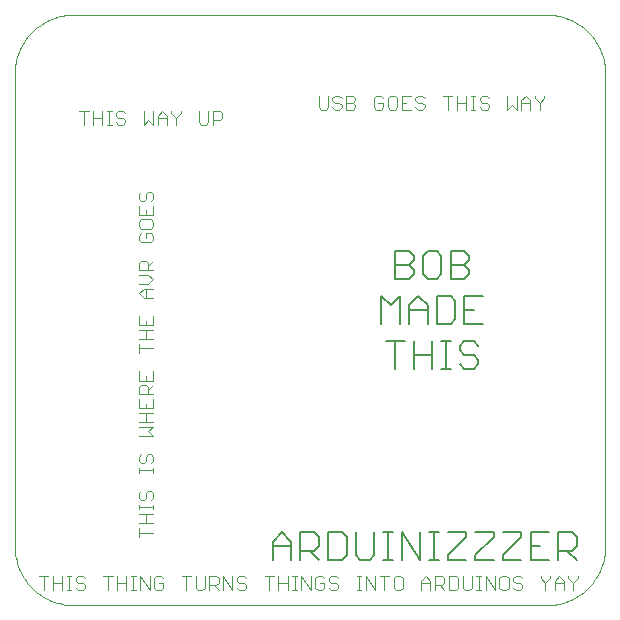
<source format=gto>
G75*
G70*
%OFA0B0*%
%FSLAX24Y24*%
%IPPOS*%
%LPD*%
%AMOC8*
5,1,8,0,0,1.08239X$1,22.5*
%
%ADD10C,0.0000*%
%ADD11C,0.0080*%
%ADD12C,0.0040*%
D10*
X003656Y003649D02*
X003656Y019397D01*
X003658Y019491D01*
X003665Y019584D01*
X003676Y019677D01*
X003692Y019770D01*
X003712Y019861D01*
X003736Y019952D01*
X003764Y020041D01*
X003797Y020129D01*
X003834Y020215D01*
X003875Y020299D01*
X003920Y020382D01*
X003969Y020462D01*
X004021Y020539D01*
X004077Y020614D01*
X004137Y020686D01*
X004200Y020756D01*
X004266Y020822D01*
X004336Y020885D01*
X004408Y020945D01*
X004483Y021001D01*
X004560Y021053D01*
X004641Y021102D01*
X004723Y021147D01*
X004807Y021188D01*
X004893Y021225D01*
X004981Y021258D01*
X005070Y021286D01*
X005161Y021310D01*
X005252Y021330D01*
X005345Y021346D01*
X005438Y021357D01*
X005531Y021364D01*
X005625Y021366D01*
X005625Y021365D02*
X021373Y021365D01*
X021373Y021366D02*
X021467Y021364D01*
X021560Y021357D01*
X021653Y021346D01*
X021746Y021330D01*
X021837Y021310D01*
X021928Y021286D01*
X022017Y021258D01*
X022105Y021225D01*
X022191Y021188D01*
X022275Y021147D01*
X022358Y021102D01*
X022438Y021053D01*
X022515Y021001D01*
X022590Y020945D01*
X022662Y020885D01*
X022732Y020822D01*
X022798Y020756D01*
X022861Y020686D01*
X022921Y020614D01*
X022977Y020539D01*
X023029Y020462D01*
X023078Y020382D01*
X023123Y020299D01*
X023164Y020215D01*
X023201Y020129D01*
X023234Y020041D01*
X023262Y019952D01*
X023286Y019861D01*
X023306Y019770D01*
X023322Y019677D01*
X023333Y019584D01*
X023340Y019491D01*
X023342Y019397D01*
X023341Y019397D02*
X023341Y003649D01*
X023342Y003649D02*
X023340Y003555D01*
X023333Y003462D01*
X023322Y003369D01*
X023306Y003276D01*
X023286Y003185D01*
X023262Y003094D01*
X023234Y003005D01*
X023201Y002917D01*
X023164Y002831D01*
X023123Y002747D01*
X023078Y002665D01*
X023029Y002584D01*
X022977Y002507D01*
X022921Y002432D01*
X022861Y002360D01*
X022798Y002290D01*
X022732Y002224D01*
X022662Y002161D01*
X022590Y002101D01*
X022515Y002045D01*
X022438Y001993D01*
X022358Y001944D01*
X022275Y001899D01*
X022191Y001858D01*
X022105Y001821D01*
X022017Y001788D01*
X021928Y001760D01*
X021837Y001736D01*
X021746Y001716D01*
X021653Y001700D01*
X021560Y001689D01*
X021467Y001682D01*
X021373Y001680D01*
X005625Y001680D01*
X005528Y001682D01*
X005432Y001689D01*
X005336Y001701D01*
X005241Y001718D01*
X005147Y001739D01*
X005053Y001765D01*
X004962Y001795D01*
X004871Y001830D01*
X004783Y001869D01*
X004697Y001912D01*
X004613Y001960D01*
X004531Y002012D01*
X004452Y002067D01*
X004376Y002127D01*
X004303Y002190D01*
X004233Y002257D01*
X004166Y002327D01*
X004103Y002400D01*
X004043Y002476D01*
X003988Y002555D01*
X003936Y002637D01*
X003888Y002721D01*
X003845Y002807D01*
X003806Y002895D01*
X003771Y002986D01*
X003741Y003077D01*
X003715Y003171D01*
X003694Y003265D01*
X003677Y003360D01*
X003665Y003456D01*
X003658Y003552D01*
X003656Y003649D01*
D11*
X012258Y003649D02*
X012872Y003649D01*
X012872Y003802D02*
X012872Y003189D01*
X013179Y003189D02*
X013179Y004109D01*
X013639Y004109D01*
X013793Y003956D01*
X013793Y003649D01*
X013639Y003495D01*
X013179Y003495D01*
X013486Y003495D02*
X013793Y003189D01*
X014100Y003189D02*
X014560Y003189D01*
X014714Y003342D01*
X014714Y003956D01*
X014560Y004109D01*
X014100Y004109D01*
X014100Y003189D01*
X015020Y003342D02*
X015020Y004109D01*
X015634Y004109D02*
X015634Y003342D01*
X015481Y003189D01*
X015174Y003189D01*
X015020Y003342D01*
X015941Y003189D02*
X016248Y003189D01*
X016095Y003189D02*
X016095Y004109D01*
X016248Y004109D02*
X015941Y004109D01*
X016555Y004109D02*
X017169Y003189D01*
X017169Y004109D01*
X017476Y004109D02*
X017783Y004109D01*
X017629Y004109D02*
X017629Y003189D01*
X017476Y003189D02*
X017783Y003189D01*
X018090Y003189D02*
X018704Y003189D01*
X019011Y003189D02*
X019624Y003189D01*
X019931Y003189D02*
X020545Y003189D01*
X020852Y003189D02*
X021466Y003189D01*
X021773Y003189D02*
X021773Y004109D01*
X022233Y004109D01*
X022387Y003956D01*
X022387Y003649D01*
X022233Y003495D01*
X021773Y003495D01*
X022080Y003495D02*
X022387Y003189D01*
X021466Y004109D02*
X020852Y004109D01*
X020852Y003189D01*
X020852Y003649D02*
X021159Y003649D01*
X020545Y003956D02*
X019931Y003342D01*
X019931Y003189D01*
X019624Y003956D02*
X019011Y003342D01*
X019011Y003189D01*
X018704Y003956D02*
X018090Y003342D01*
X018090Y003189D01*
X018704Y003956D02*
X018704Y004109D01*
X018090Y004109D01*
X019011Y004109D02*
X019624Y004109D01*
X019624Y003956D01*
X019931Y004109D02*
X020545Y004109D01*
X020545Y003956D01*
X016555Y004109D02*
X016555Y003189D01*
X012872Y003802D02*
X012565Y004109D01*
X012258Y003802D01*
X012258Y003189D01*
X016341Y009563D02*
X016341Y010483D01*
X016034Y010483D02*
X016648Y010483D01*
X016955Y010483D02*
X016955Y009563D01*
X016955Y010023D02*
X017569Y010023D01*
X017569Y010483D02*
X017569Y009563D01*
X017875Y009563D02*
X018182Y009563D01*
X018029Y009563D02*
X018029Y010483D01*
X018182Y010483D02*
X017875Y010483D01*
X017722Y011063D02*
X018182Y011063D01*
X018336Y011216D01*
X018336Y011830D01*
X018182Y011983D01*
X017722Y011983D01*
X017722Y011063D01*
X017415Y011063D02*
X017415Y011676D01*
X017108Y011983D01*
X016801Y011676D01*
X016801Y011063D01*
X016494Y011063D02*
X016494Y011983D01*
X016187Y011676D01*
X015880Y011983D01*
X015880Y011063D01*
X016801Y011523D02*
X017415Y011523D01*
X017415Y012563D02*
X017262Y012716D01*
X017262Y013330D01*
X017415Y013483D01*
X017722Y013483D01*
X017875Y013330D01*
X017875Y012716D01*
X017722Y012563D01*
X017415Y012563D01*
X016955Y012716D02*
X016801Y012563D01*
X016341Y012563D01*
X016341Y013483D01*
X016801Y013483D01*
X016955Y013330D01*
X016955Y013176D01*
X016801Y013023D01*
X016341Y013023D01*
X016801Y013023D02*
X016955Y012869D01*
X016955Y012716D01*
X018182Y012563D02*
X018643Y012563D01*
X018796Y012716D01*
X018796Y012869D01*
X018643Y013023D01*
X018182Y013023D01*
X018182Y012563D02*
X018182Y013483D01*
X018643Y013483D01*
X018796Y013330D01*
X018796Y013176D01*
X018643Y013023D01*
X018643Y011983D02*
X018643Y011063D01*
X019257Y011063D01*
X018950Y011523D02*
X018643Y011523D01*
X018643Y011983D02*
X019257Y011983D01*
X018950Y010483D02*
X018643Y010483D01*
X018489Y010330D01*
X018489Y010176D01*
X018643Y010023D01*
X018950Y010023D01*
X019103Y009869D01*
X019103Y009716D01*
X018950Y009563D01*
X018643Y009563D01*
X018489Y009716D01*
X019103Y010330D02*
X018950Y010483D01*
D12*
X010564Y017926D02*
X010487Y017850D01*
X010257Y017850D01*
X010257Y017696D02*
X010257Y018156D01*
X010487Y018156D01*
X010564Y018080D01*
X010564Y017926D01*
X010104Y017773D02*
X010104Y018156D01*
X009797Y018156D02*
X009797Y017773D01*
X009873Y017696D01*
X010027Y017696D01*
X010104Y017773D01*
X009183Y018080D02*
X009183Y018156D01*
X009183Y018080D02*
X009029Y017926D01*
X009029Y017696D01*
X009029Y017926D02*
X008876Y018080D01*
X008876Y018156D01*
X008722Y018003D02*
X008722Y017696D01*
X008722Y017926D02*
X008415Y017926D01*
X008415Y018003D02*
X008569Y018156D01*
X008722Y018003D01*
X008415Y018003D02*
X008415Y017696D01*
X008262Y017696D02*
X008262Y018156D01*
X007955Y018156D02*
X007955Y017696D01*
X008109Y017850D01*
X008262Y017696D01*
X007341Y017773D02*
X007265Y017696D01*
X007111Y017696D01*
X007034Y017773D01*
X006881Y017696D02*
X006727Y017696D01*
X006804Y017696D02*
X006804Y018156D01*
X006727Y018156D02*
X006881Y018156D01*
X007034Y018080D02*
X007034Y018003D01*
X007111Y017926D01*
X007265Y017926D01*
X007341Y017850D01*
X007341Y017773D01*
X007341Y018080D02*
X007265Y018156D01*
X007111Y018156D01*
X007034Y018080D01*
X006574Y018156D02*
X006574Y017696D01*
X006574Y017926D02*
X006267Y017926D01*
X006267Y017696D02*
X006267Y018156D01*
X006114Y018156D02*
X005807Y018156D01*
X005960Y018156D02*
X005960Y017696D01*
X007878Y015460D02*
X007801Y015383D01*
X007801Y015230D01*
X007878Y015153D01*
X007954Y015153D01*
X008031Y015230D01*
X008031Y015383D01*
X008108Y015460D01*
X008185Y015460D01*
X008261Y015383D01*
X008261Y015230D01*
X008185Y015153D01*
X008261Y014999D02*
X008261Y014692D01*
X007801Y014692D01*
X007801Y014999D01*
X008031Y014846D02*
X008031Y014692D01*
X007878Y014539D02*
X008185Y014539D01*
X008261Y014462D01*
X008261Y014309D01*
X008185Y014232D01*
X007878Y014232D01*
X007801Y014309D01*
X007801Y014462D01*
X007878Y014539D01*
X007878Y014079D02*
X007801Y014002D01*
X007801Y013848D01*
X007878Y013772D01*
X008185Y013772D01*
X008261Y013848D01*
X008261Y014002D01*
X008185Y014079D01*
X008031Y014079D01*
X008031Y013925D01*
X008031Y013158D02*
X007878Y013158D01*
X007801Y013081D01*
X007801Y012851D01*
X008261Y012851D01*
X008108Y012851D02*
X008108Y013081D01*
X008031Y013158D01*
X008108Y013004D02*
X008261Y013158D01*
X008108Y012697D02*
X007801Y012697D01*
X007801Y012391D02*
X008108Y012391D01*
X008261Y012544D01*
X008108Y012697D01*
X008031Y012237D02*
X008031Y011930D01*
X007954Y011930D02*
X007801Y012084D01*
X007954Y012237D01*
X008261Y012237D01*
X008261Y011930D02*
X007954Y011930D01*
X007801Y011316D02*
X007801Y011009D01*
X008261Y011009D01*
X008261Y011316D01*
X008031Y011163D02*
X008031Y011009D01*
X008031Y010856D02*
X008031Y010549D01*
X008261Y010549D02*
X007801Y010549D01*
X007801Y010395D02*
X007801Y010089D01*
X007801Y010242D02*
X008261Y010242D01*
X008261Y010856D02*
X007801Y010856D01*
X007801Y009475D02*
X007801Y009168D01*
X008261Y009168D01*
X008261Y009475D01*
X008031Y009321D02*
X008031Y009168D01*
X008031Y009014D02*
X007878Y009014D01*
X007801Y008938D01*
X007801Y008707D01*
X008261Y008707D01*
X008108Y008707D02*
X008108Y008938D01*
X008031Y009014D01*
X008108Y008861D02*
X008261Y009014D01*
X008261Y008554D02*
X008261Y008247D01*
X007801Y008247D01*
X007801Y008554D01*
X008031Y008400D02*
X008031Y008247D01*
X008031Y008094D02*
X008031Y007787D01*
X008261Y007787D02*
X007801Y007787D01*
X007801Y007633D02*
X008261Y007633D01*
X008108Y007480D01*
X008261Y007326D01*
X007801Y007326D01*
X007878Y006712D02*
X007801Y006636D01*
X007801Y006482D01*
X007878Y006405D01*
X007954Y006405D01*
X008031Y006482D01*
X008031Y006636D01*
X008108Y006712D01*
X008185Y006712D01*
X008261Y006636D01*
X008261Y006482D01*
X008185Y006405D01*
X008261Y006252D02*
X008261Y006098D01*
X008261Y006175D02*
X007801Y006175D01*
X007801Y006098D02*
X007801Y006252D01*
X007878Y005485D02*
X007801Y005408D01*
X007801Y005254D01*
X007878Y005178D01*
X007954Y005178D01*
X008031Y005254D01*
X008031Y005408D01*
X008108Y005485D01*
X008185Y005485D01*
X008261Y005408D01*
X008261Y005254D01*
X008185Y005178D01*
X008261Y005024D02*
X008261Y004871D01*
X008261Y004948D02*
X007801Y004948D01*
X007801Y005024D02*
X007801Y004871D01*
X007801Y004717D02*
X008261Y004717D01*
X008031Y004717D02*
X008031Y004410D01*
X008261Y004410D02*
X007801Y004410D01*
X007801Y004257D02*
X007801Y003950D01*
X007801Y004103D02*
X008261Y004103D01*
X008148Y002649D02*
X008148Y002188D01*
X007841Y002649D01*
X007841Y002188D01*
X007687Y002188D02*
X007534Y002188D01*
X007611Y002188D02*
X007611Y002649D01*
X007687Y002649D02*
X007534Y002649D01*
X007380Y002649D02*
X007380Y002188D01*
X007380Y002418D02*
X007073Y002418D01*
X007073Y002188D02*
X007073Y002649D01*
X006920Y002649D02*
X006613Y002649D01*
X006766Y002649D02*
X006766Y002188D01*
X005999Y002265D02*
X005922Y002188D01*
X005769Y002188D01*
X005692Y002265D01*
X005539Y002188D02*
X005385Y002188D01*
X005462Y002188D02*
X005462Y002649D01*
X005385Y002649D02*
X005539Y002649D01*
X005692Y002572D02*
X005692Y002495D01*
X005769Y002418D01*
X005922Y002418D01*
X005999Y002342D01*
X005999Y002265D01*
X005999Y002572D02*
X005922Y002649D01*
X005769Y002649D01*
X005692Y002572D01*
X005232Y002649D02*
X005232Y002188D01*
X005232Y002418D02*
X004925Y002418D01*
X004925Y002188D02*
X004925Y002649D01*
X004771Y002649D02*
X004465Y002649D01*
X004618Y002649D02*
X004618Y002188D01*
X008301Y002265D02*
X008378Y002188D01*
X008531Y002188D01*
X008608Y002265D01*
X008608Y002418D01*
X008455Y002418D01*
X008608Y002572D02*
X008531Y002649D01*
X008378Y002649D01*
X008301Y002572D01*
X008301Y002265D01*
X009222Y002649D02*
X009529Y002649D01*
X009682Y002649D02*
X009682Y002265D01*
X009759Y002188D01*
X009912Y002188D01*
X009989Y002265D01*
X009989Y002649D01*
X010143Y002649D02*
X010373Y002649D01*
X010450Y002572D01*
X010450Y002418D01*
X010373Y002342D01*
X010143Y002342D01*
X010296Y002342D02*
X010450Y002188D01*
X010603Y002188D02*
X010603Y002649D01*
X010910Y002188D01*
X010910Y002649D01*
X011063Y002572D02*
X011063Y002495D01*
X011140Y002418D01*
X011294Y002418D01*
X011370Y002342D01*
X011370Y002265D01*
X011294Y002188D01*
X011140Y002188D01*
X011063Y002265D01*
X011063Y002572D02*
X011140Y002649D01*
X011294Y002649D01*
X011370Y002572D01*
X011984Y002649D02*
X012291Y002649D01*
X012138Y002649D02*
X012138Y002188D01*
X012445Y002188D02*
X012445Y002649D01*
X012445Y002418D02*
X012752Y002418D01*
X012752Y002188D02*
X012752Y002649D01*
X012905Y002649D02*
X013059Y002649D01*
X012982Y002649D02*
X012982Y002188D01*
X012905Y002188D02*
X013059Y002188D01*
X013212Y002188D02*
X013212Y002649D01*
X013519Y002188D01*
X013519Y002649D01*
X013672Y002572D02*
X013672Y002265D01*
X013749Y002188D01*
X013903Y002188D01*
X013979Y002265D01*
X013979Y002418D01*
X013826Y002418D01*
X013979Y002572D02*
X013903Y002649D01*
X013749Y002649D01*
X013672Y002572D01*
X014133Y002572D02*
X014133Y002495D01*
X014209Y002418D01*
X014363Y002418D01*
X014440Y002342D01*
X014440Y002265D01*
X014363Y002188D01*
X014209Y002188D01*
X014133Y002265D01*
X014133Y002572D02*
X014209Y002649D01*
X014363Y002649D01*
X014440Y002572D01*
X015054Y002649D02*
X015207Y002649D01*
X015130Y002649D02*
X015130Y002188D01*
X015054Y002188D02*
X015207Y002188D01*
X015360Y002188D02*
X015360Y002649D01*
X015667Y002188D01*
X015667Y002649D01*
X015821Y002649D02*
X016128Y002649D01*
X015974Y002649D02*
X015974Y002188D01*
X016281Y002265D02*
X016358Y002188D01*
X016511Y002188D01*
X016588Y002265D01*
X016588Y002572D01*
X016511Y002649D01*
X016358Y002649D01*
X016281Y002572D01*
X016281Y002265D01*
X017202Y002188D02*
X017202Y002495D01*
X017356Y002649D01*
X017509Y002495D01*
X017509Y002188D01*
X017662Y002188D02*
X017662Y002649D01*
X017893Y002649D01*
X017969Y002572D01*
X017969Y002418D01*
X017893Y002342D01*
X017662Y002342D01*
X017816Y002342D02*
X017969Y002188D01*
X018123Y002188D02*
X018353Y002188D01*
X018430Y002265D01*
X018430Y002572D01*
X018353Y002649D01*
X018123Y002649D01*
X018123Y002188D01*
X018583Y002265D02*
X018583Y002649D01*
X018583Y002265D02*
X018660Y002188D01*
X018813Y002188D01*
X018890Y002265D01*
X018890Y002649D01*
X019044Y002649D02*
X019197Y002649D01*
X019120Y002649D02*
X019120Y002188D01*
X019044Y002188D02*
X019197Y002188D01*
X019351Y002188D02*
X019351Y002649D01*
X019657Y002188D01*
X019657Y002649D01*
X019811Y002572D02*
X019811Y002265D01*
X019888Y002188D01*
X020041Y002188D01*
X020118Y002265D01*
X020118Y002572D01*
X020041Y002649D01*
X019888Y002649D01*
X019811Y002572D01*
X020271Y002572D02*
X020271Y002495D01*
X020348Y002418D01*
X020502Y002418D01*
X020578Y002342D01*
X020578Y002265D01*
X020502Y002188D01*
X020348Y002188D01*
X020271Y002265D01*
X020271Y002572D02*
X020348Y002649D01*
X020502Y002649D01*
X020578Y002572D01*
X021192Y002572D02*
X021346Y002418D01*
X021346Y002188D01*
X021346Y002418D02*
X021499Y002572D01*
X021499Y002649D01*
X021653Y002495D02*
X021806Y002649D01*
X021959Y002495D01*
X021959Y002188D01*
X021959Y002418D02*
X021653Y002418D01*
X021653Y002495D02*
X021653Y002188D01*
X022113Y002572D02*
X022266Y002418D01*
X022266Y002188D01*
X022266Y002418D02*
X022420Y002572D01*
X022420Y002649D01*
X022113Y002649D02*
X022113Y002572D01*
X021192Y002572D02*
X021192Y002649D01*
X017509Y002418D02*
X017202Y002418D01*
X010143Y002188D02*
X010143Y002649D01*
X009375Y002649D02*
X009375Y002188D01*
X008261Y008094D02*
X007801Y008094D01*
X013861Y018204D02*
X014015Y018204D01*
X014092Y018281D01*
X014092Y018664D01*
X014245Y018588D02*
X014245Y018511D01*
X014322Y018434D01*
X014475Y018434D01*
X014552Y018357D01*
X014552Y018281D01*
X014475Y018204D01*
X014322Y018204D01*
X014245Y018281D01*
X014245Y018588D02*
X014322Y018664D01*
X014475Y018664D01*
X014552Y018588D01*
X014705Y018664D02*
X014936Y018664D01*
X015012Y018588D01*
X015012Y018511D01*
X014936Y018434D01*
X014705Y018434D01*
X014705Y018204D02*
X014936Y018204D01*
X015012Y018281D01*
X015012Y018357D01*
X014936Y018434D01*
X014705Y018204D02*
X014705Y018664D01*
X015626Y018588D02*
X015626Y018281D01*
X015703Y018204D01*
X015856Y018204D01*
X015933Y018281D01*
X015933Y018434D01*
X015780Y018434D01*
X015933Y018588D02*
X015856Y018664D01*
X015703Y018664D01*
X015626Y018588D01*
X016087Y018588D02*
X016087Y018281D01*
X016163Y018204D01*
X016317Y018204D01*
X016394Y018281D01*
X016394Y018588D01*
X016317Y018664D01*
X016163Y018664D01*
X016087Y018588D01*
X016547Y018664D02*
X016547Y018204D01*
X016854Y018204D01*
X017007Y018281D02*
X017084Y018204D01*
X017238Y018204D01*
X017314Y018281D01*
X017314Y018357D01*
X017238Y018434D01*
X017084Y018434D01*
X017007Y018511D01*
X017007Y018588D01*
X017084Y018664D01*
X017238Y018664D01*
X017314Y018588D01*
X016854Y018664D02*
X016547Y018664D01*
X016547Y018434D02*
X016700Y018434D01*
X017928Y018664D02*
X018235Y018664D01*
X018082Y018664D02*
X018082Y018204D01*
X018389Y018204D02*
X018389Y018664D01*
X018389Y018434D02*
X018696Y018434D01*
X018696Y018664D02*
X018696Y018204D01*
X018849Y018204D02*
X019002Y018204D01*
X018926Y018204D02*
X018926Y018664D01*
X019002Y018664D02*
X018849Y018664D01*
X019156Y018588D02*
X019156Y018511D01*
X019233Y018434D01*
X019386Y018434D01*
X019463Y018357D01*
X019463Y018281D01*
X019386Y018204D01*
X019233Y018204D01*
X019156Y018281D01*
X019156Y018588D02*
X019233Y018664D01*
X019386Y018664D01*
X019463Y018588D01*
X020077Y018664D02*
X020077Y018204D01*
X020230Y018357D01*
X020384Y018204D01*
X020384Y018664D01*
X020537Y018511D02*
X020691Y018664D01*
X020844Y018511D01*
X020844Y018204D01*
X020844Y018434D02*
X020537Y018434D01*
X020537Y018511D02*
X020537Y018204D01*
X020997Y018588D02*
X021151Y018434D01*
X021151Y018204D01*
X021151Y018434D02*
X021304Y018588D01*
X021304Y018664D01*
X020997Y018664D02*
X020997Y018588D01*
X013861Y018204D02*
X013785Y018281D01*
X013785Y018664D01*
M02*

</source>
